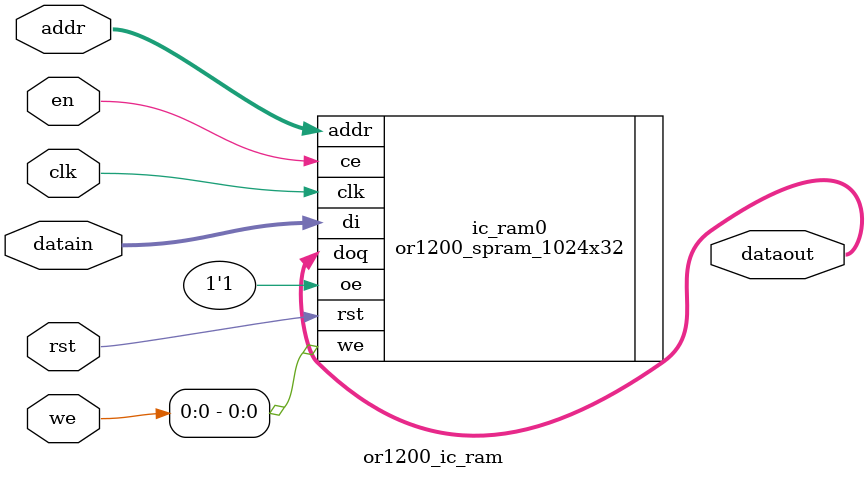
<source format=v>


//
// Generate debug messages during simulation
//
//`define OR1200_VERBOSE

//  `define OR1200_ASIC
////////////////////////////////////////////////////////
//
// Typical configuration for an ASIC
//
`ifdef OR1200_ASIC

//
// Target ASIC memories
//
//`define OR1200_ARTISAN_SSP
//`define OR1200_ARTISAN_SDP
//`define OR1200_ARTISAN_STP
`define OR1200_VIRTUALSILICON_SSP
//`define OR1200_VIRTUALSILICON_STP_T1
//`define OR1200_VIRTUALSILICON_STP_T2

//
// Do not implement Data cache
//
//`define OR1200_NO_DC

//
// Do not implement Insn cache
//
//`define OR1200_NO_IC

//
// Do not implement Data MMU
//
//`define OR1200_NO_DMMU

//
// Do not implement Insn MMU
//
//`define OR1200_NO_IMMU

//
// Select between ASIC optimized and generic multiplier
//
//`define OR1200_ASIC_MULTP2_32X32
`define OR1200_GENERIC_MULTP2_32X32

//
// Size/type of insn/data cache if implemented
//
// `define OR1200_IC_1W_512B
// `define OR1200_IC_1W_4KB
`define OR1200_IC_1W_8KB
// `define OR1200_DC_1W_4KB
`define OR1200_DC_1W_8KB

`else


/////////////////////////////////////////////////////////
//
// Typical configuration for an FPGA
//

//
// Target FPGA memories
//
//`define OR1200_ALTERA_LPM
//`define OR1200_XILINX_RAMB16
//`define OR1200_XILINX_RAMB4
//`define OR1200_XILINX_RAM32X1D
//`define OR1200_USE_RAM16X1D_FOR_RAM32X1D

//
// Do not implement Data cache
//
//`define OR1200_NO_DC

//
// Do not implement Insn cache
//
//`define OR1200_NO_IC

//
// Do not implement Data MMU
//
`define OR1200_NO_DMMU

//
// Do not implement Insn MMU
//
`define OR1200_NO_IMMU

//
// Select between ASIC and generic multiplier
//
// (Generic seems to trigger a bug in the Cadence Ncsim simulator)
//
//`define OR1200_ASIC_MULTP2_32X32
`define OR1200_GENERIC_MULTP2_32X32

//
// Size/type of insn/data cache if implemented
// (consider available FPGA memory resources)
//
//`define OR1200_IC_1W_512B
`define OR1200_IC_1W_4KB
//`define OR1200_IC_1W_8KB
`define OR1200_DC_1W_4KB
//`define OR1200_DC_1W_8KB

`endif


//////////////////////////////////////////////////////////
//
// Do not change below unless you know what you are doing
//

//
// Enable RAM BIST
//
// At the moment this only works for Virtual Silicon
// single port RAMs. For other RAMs it has not effect.
// Special wrapper for VS RAMs needs to be provided
// with scan flops to facilitate bist scan.
//
//`define OR1200_BIST

//
// Register OR1200 WISHBONE outputs
// (must be defined/enabled)
//
`define OR1200_REGISTERED_OUTPUTS

//
// Register OR1200 WISHBONE inputs
//
// (must be undefined/disabled)
//
//`define OR1200_REGISTERED_INPUTS

//
// Disable bursts if they are not supported by the
// memory subsystem (only affect cache line fill)
//
//`define OR1200_NO_BURSTS
//

//
// WISHBONE retry counter range
//
// 2^value range for retry counter. Retry counter
// is activated whenever *wb_rty_i is asserted and
// until retry counter expires, corresponding
// WISHBONE interface is deactivated.
//
// To disable retry counters and *wb_rty_i all together,
// undefine this macro.
//
//`define OR1200_WB_RETRY 7

//
// WISHBONE Consecutive Address Burst
//
// This was used prior to WISHBONE B3 specification
// to identify bursts. It is no longer needed but
// remains enabled for compatibility with old designs.
//
// To remove *wb_cab_o ports undefine this macro.
//
`define OR1200_WB_CAB

//
// WISHBONE B3 compatible interface
//
// This follows the WISHBONE B3 specification.
// It is not enabled by default because most
// designs still don't use WB b3.
//
// To enable *wb_cti_o/*wb_bte_o ports,
// define this macro.
//
//`define OR1200_WB_B3

//
// Enable additional synthesis directives if using
// _Synopsys_ synthesis tool
//
//`define OR1200_ADDITIONAL_SYNOPSYS_DIRECTIVES

//
// Enables default statement in some case blocks
// and disables Synopsys synthesis directive full_case
//
// By default it is enabled. When disabled it
// can increase clock frequency.
//
`define OR1200_CASE_DEFAULT

//
// Operand width / register file address width
//
// (DO NOT CHANGE)
//
`define OR1200_OPERAND_WIDTH		32
`define OR1200_REGFILE_ADDR_WIDTH	5

//
// l.add/l.addi/l.and and optional l.addc/l.addic
// also set (compare) flag when result of their
// operation equals zero
//
// At the time of writing this, default or32
// C/C++ compiler doesn't generate code that
// would benefit from this optimization.
//
// By default this optimization is disabled to
// save area.
//
//`define OR1200_ADDITIONAL_FLAG_MODIFIERS

//
// Implement l.addc/l.addic instructions
//
// By default implementation of l.addc/l.addic
// instructions is enabled in case you need them.
// If you don't use them, then disable implementation
// to save area.
//
`define OR1200_IMPL_ADDC

//
// Implement carry bit SR[CY]
//
// By default implementation of SR[CY] is enabled
// to be compliant with the simulator. However
// SR[CY] is explicitly only used by l.addc/l.addic
// instructions and if these two insns are not
// implemented there is not much point having SR[CY].
//
`define OR1200_IMPL_CY

//
// Implement optional l.div/l.divu instructions
//
// By default divide instructions are not implemented
// to save area and increase clock frequency. or32 C/C++
// compiler can use soft library for division.
//
// To implement divide, multiplier needs to be implemented.
//
//`define OR1200_IMPL_DIV

//
// Implement rotate in the ALU
//
// At the time of writing this, or32
// C/C++ compiler doesn't generate rotate
// instructions. However or32 assembler
// can assemble code that uses rotate insn.
// This means that rotate instructions
// must be used manually inserted.
//
// By default implementation of rotate
// is disabled to save area and increase
// clock frequency.
//
//`define OR1200_IMPL_ALU_ROTATE

//
// Type of ALU compare to implement
//
// Try either one to find what yields
// higher clock frequencyin your case.
//
//`define OR1200_IMPL_ALU_COMP1
`define OR1200_IMPL_ALU_COMP2

//
// Implement multiplier
//
// By default multiplier is implemented
//
`define OR1200_MULT_IMPLEMENTED

//
// Implement multiply-and-accumulate
//
// By default MAC is implemented. To
// implement MAC, multiplier needs to be
// implemented.
//
`define OR1200_MAC_IMPLEMENTED

//
// Low power, slower multiplier
//
// Select between low-power (larger) multiplier
// and faster multiplier. The actual difference
// is only AND logic that prevents distribution
// of operands into the multiplier when instruction
// in execution is not multiply instruction
//
//`define OR1200_LOWPWR_MULT

//
// Clock ratio RISC clock versus WB clock
//
// If you plan to run WB:RISC clock fixed to 1:1, disable
// both defines
//
// For WB:RISC 1:2 or 1:1, enable OR1200_CLKDIV_2_SUPPORTED
// and use clmode to set ratio
//
// For WB:RISC 1:4, 1:2 or 1:1, enable both defines and use
// clmode to set ratio
//
`define OR1200_CLKDIV_2_SUPPORTED
//`define OR1200_CLKDIV_4_SUPPORTED

//
// Type of register file RAM
//
// Memory macro w/ two ports (see or1200_tpram_32x32.v)
//`define OR1200_RFRAM_TWOPORT
//
// Memory macro dual port (see or1200_dpram_32x32.v)
//`define OR1200_RFRAM_DUALPORT
//
// Generic (flip-flop based) register file (see or1200_rfram_generic.v)
`define OR1200_RFRAM_GENERIC

//
// Type of mem2reg aligner to implement.
//
// Once OR1200_IMPL_MEM2REG2 yielded faster
// circuit, however with today tools it will
// most probably give you slower circuit.
//
`define OR1200_IMPL_MEM2REG1
//`define OR1200_IMPL_MEM2REG2

//
// ALUOPs
//
`define OR1200_ALUOP_WIDTH	4
`define OR1200_ALUOP_NOP	4'd4
/* Order defined by arith insns that have two source operands both in regs
   (see binutils/include/opcode/or32.h) */
`define OR1200_ALUOP_ADD	4'd0
`define OR1200_ALUOP_ADDC	4'd1
`define OR1200_ALUOP_SUB	4'd2
`define OR1200_ALUOP_AND	4'd3
`define OR1200_ALUOP_OR		4'd4
`define OR1200_ALUOP_XOR	4'd5
`define OR1200_ALUOP_MUL	4'd6
`define OR1200_ALUOP_CUST5	4'd7
`define OR1200_ALUOP_SHROT	4'd8
`define OR1200_ALUOP_DIV	4'd9
`define OR1200_ALUOP_DIVU	4'd10
/* Order not specifically defined. */
`define OR1200_ALUOP_IMM	4'd11
`define OR1200_ALUOP_MOVHI	4'd12
`define OR1200_ALUOP_COMP	4'd13
`define OR1200_ALUOP_MTSR	4'd14
`define OR1200_ALUOP_MFSR	4'd15
`define OR1200_ALUOP_CMOV 4'd14
`define OR1200_ALUOP_FF1  4'd15
//
// MACOPs
//
`define OR1200_MACOP_WIDTH	2
`define OR1200_MACOP_NOP	2'b00
`define OR1200_MACOP_MAC	2'b01
`define OR1200_MACOP_MSB	2'b10

//
// Shift/rotate ops
//
`define OR1200_SHROTOP_WIDTH	2
`define OR1200_SHROTOP_NOP	2'd0
`define OR1200_SHROTOP_SLL	2'd0
`define OR1200_SHROTOP_SRL	2'd1
`define OR1200_SHROTOP_SRA	2'd2
`define OR1200_SHROTOP_ROR	2'd3

// Execution cycles per instruction
`define OR1200_MULTICYCLE_WIDTH	2
`define OR1200_ONE_CYCLE		2'd0
`define OR1200_TWO_CYCLES		2'd1

// Operand MUX selects
`define OR1200_SEL_WIDTH		2
`define OR1200_SEL_RF			2'd0
`define OR1200_SEL_IMM			2'd1
`define OR1200_SEL_EX_FORW		2'd2
`define OR1200_SEL_WB_FORW		2'd3

//
// BRANCHOPs
//
`define OR1200_BRANCHOP_WIDTH		3
`define OR1200_BRANCHOP_NOP		3'd0
`define OR1200_BRANCHOP_J		3'd1
`define OR1200_BRANCHOP_JR		3'd2
`define OR1200_BRANCHOP_BAL		3'd3
`define OR1200_BRANCHOP_BF		3'd4
`define OR1200_BRANCHOP_BNF		3'd5
`define OR1200_BRANCHOP_RFE		3'd6

//
// LSUOPs
//
// Bit 0: sign extend
// Bits 1-2: 00 doubleword, 01 byte, 10 halfword, 11 singleword
// Bit 3: 0 load, 1 store
`define OR1200_LSUOP_WIDTH		4
`define OR1200_LSUOP_NOP		4'b0000
`define OR1200_LSUOP_LBZ		4'b0010
`define OR1200_LSUOP_LBS		4'b0011
`define OR1200_LSUOP_LHZ		4'b0100
`define OR1200_LSUOP_LHS		4'b0101
`define OR1200_LSUOP_LWZ		4'b0110
`define OR1200_LSUOP_LWS		4'b0111
`define OR1200_LSUOP_LD		4'b0001
`define OR1200_LSUOP_SD		4'b1000
`define OR1200_LSUOP_SB		4'b1010
`define OR1200_LSUOP_SH		4'b1100
`define OR1200_LSUOP_SW		4'b1110

// FETCHOPs
`define OR1200_FETCHOP_WIDTH		1
`define OR1200_FETCHOP_NOP		1'b0
`define OR1200_FETCHOP_LW		1'b1

//
// Register File Write-Back OPs
//
// Bit 0: register file write enable
// Bits 2-1: write-back mux selects
`define OR1200_RFWBOP_WIDTH		3
`define OR1200_RFWBOP_NOP		3'b000
`define OR1200_RFWBOP_ALU		3'b001
`define OR1200_RFWBOP_LSU		3'b011
`define OR1200_RFWBOP_SPRS		3'b101
`define OR1200_RFWBOP_LR		3'b111

// Compare instructions
`define OR1200_COP_SFEQ       3'b000
`define OR1200_COP_SFNE       3'b001
`define OR1200_COP_SFGT       3'b010
`define OR1200_COP_SFGE       3'b011
`define OR1200_COP_SFLT       3'b100
`define OR1200_COP_SFLE       3'b101
`define OR1200_COP_X          3'b111
`define OR1200_SIGNED_COMPARE 'd3
`define OR1200_COMPOP_WIDTH	4

//
// TAGs for instruction bus
//
`define OR1200_ITAG_IDLE	4'h0	// idle bus
`define	OR1200_ITAG_NI		4'h1	// normal insn
`define OR1200_ITAG_BE		4'hb	// Bus error exception
`define OR1200_ITAG_PE		4'hc	// Page fault exception
`define OR1200_ITAG_TE		4'hd	// TLB miss exception

//
// TAGs for data bus
//
`define OR1200_DTAG_IDLE	4'h0	// idle bus
`define	OR1200_DTAG_ND		4'h1	// normal data
`define OR1200_DTAG_AE		4'ha	// Alignment exception
`define OR1200_DTAG_BE		4'hb	// Bus error exception
`define OR1200_DTAG_PE		4'hc	// Page fault exception
`define OR1200_DTAG_TE		4'hd	// TLB miss exception


//////////////////////////////////////////////
//
// ORBIS32 ISA specifics
//

// SHROT_OP position in machine word
`define OR1200_SHROTOP_POS		7:6

// ALU instructions multicycle field in machine word
`define OR1200_ALUMCYC_POS		9:8

//
// Instruction opcode groups (basic)
//
`define OR1200_OR32_J                 6'b000000
`define OR1200_OR32_JAL               6'b000001
`define OR1200_OR32_BNF               6'b000011
`define OR1200_OR32_BF                6'b000100
`define OR1200_OR32_NOP               6'b000101
`define OR1200_OR32_MOVHI             6'b000110
`define OR1200_OR32_XSYNC             6'b001000
`define OR1200_OR32_RFE               6'b001001
/* */
`define OR1200_OR32_JR                6'b010001
`define OR1200_OR32_JALR              6'b010010
`define OR1200_OR32_MACI              6'b010011
/* */
`define OR1200_OR32_LWZ               6'b100001
`define OR1200_OR32_LBZ               6'b100011
`define OR1200_OR32_LBS               6'b100100
`define OR1200_OR32_LHZ               6'b100101
`define OR1200_OR32_LHS               6'b100110
`define OR1200_OR32_ADDI              6'b100111
`define OR1200_OR32_ADDIC             6'b101000
`define OR1200_OR32_ANDI              6'b101001
`define OR1200_OR32_ORI               6'b101010
`define OR1200_OR32_XORI              6'b101011
`define OR1200_OR32_MULI              6'b101100
`define OR1200_OR32_MFSPR             6'b101101
`define OR1200_OR32_SH_ROTI 	      6'b101110
`define OR1200_OR32_SFXXI             6'b101111
/* */
`define OR1200_OR32_MTSPR             6'b110000
`define OR1200_OR32_MACMSB            6'b110001
/* */
`define OR1200_OR32_SW                6'b110101
`define OR1200_OR32_SB                6'b110110
`define OR1200_OR32_SH                6'b110111
`define OR1200_OR32_ALU               6'b111000
`define OR1200_OR32_SFXX              6'b111001
//`define OR1200_OR32_CUST5             6'b111100


/////////////////////////////////////////////////////
//
// Exceptions
//

//
// Exception vectors per OR1K architecture:
// 0xPPPPP100 - reset
// 0xPPPPP200 - bus error
// ... etc
// where P represents exception prefix.
//
// Exception vectors can be customized as per
// the following formula:
// 0xPPPPPNVV - exception N
//
// P represents exception prefix
// N represents exception N
// VV represents length of the individual vector space,
//   usually it is 8 bits wide and starts with all bits zero
//

//
// PPPPP and VV parts
//
// Sum of these two defines needs to be 28
//
`define OR1200_EXCEPT_EPH0_P 20'h00000
`define OR1200_EXCEPT_EPH1_P 20'hF0000
`define OR1200_EXCEPT_V		   8'h00

//
// N part width
//
`define OR1200_EXCEPT_WIDTH 4

//
// Definition of exception vectors
//
// To avoid implementation of a certain exception,
// simply comment out corresponding line
//
`define OR1200_EXCEPT_UNUSED		`OR1200_EXCEPT_WIDTH'hf
`define OR1200_EXCEPT_TRAP		`OR1200_EXCEPT_WIDTH'he
`define OR1200_EXCEPT_BREAK		`OR1200_EXCEPT_WIDTH'hd
`define OR1200_EXCEPT_SYSCALL		`OR1200_EXCEPT_WIDTH'hc
`define OR1200_EXCEPT_RANGE		`OR1200_EXCEPT_WIDTH'hb
`define OR1200_EXCEPT_ITLBMISS		`OR1200_EXCEPT_WIDTH'ha
`define OR1200_EXCEPT_DTLBMISS		`OR1200_EXCEPT_WIDTH'h9
`define OR1200_EXCEPT_INT		`OR1200_EXCEPT_WIDTH'h8
`define OR1200_EXCEPT_ILLEGAL		`OR1200_EXCEPT_WIDTH'h7
`define OR1200_EXCEPT_ALIGN		`OR1200_EXCEPT_WIDTH'h6
`define OR1200_EXCEPT_TICK		`OR1200_EXCEPT_WIDTH'h5
`define OR1200_EXCEPT_IPF		`OR1200_EXCEPT_WIDTH'h4
`define OR1200_EXCEPT_DPF		`OR1200_EXCEPT_WIDTH'h3
`define OR1200_EXCEPT_BUSERR		`OR1200_EXCEPT_WIDTH'h2
`define OR1200_EXCEPT_RESET		`OR1200_EXCEPT_WIDTH'h1
`define OR1200_EXCEPT_NONE		`OR1200_EXCEPT_WIDTH'h0


/////////////////////////////////////////////////////
//
// SPR groups
//

// Bits that define the group
`define OR1200_SPR_GROUP_BITS	15:11

// Width of the group bits
`define OR1200_SPR_GROUP_WIDTH 	5

// Bits that define offset inside the group
`define OR1200_SPR_OFS_BITS 10:0

// List of groups
`define OR1200_SPR_GROUP_SYS	5'd00
`define OR1200_SPR_GROUP_DMMU	5'd01
`define OR1200_SPR_GROUP_IMMU	5'd02
`define OR1200_SPR_GROUP_DC	5'd03
`define OR1200_SPR_GROUP_IC	5'd04
`define OR1200_SPR_GROUP_MAC	5'd05
`define OR1200_SPR_GROUP_DU	5'd06
`define OR1200_SPR_GROUP_PM	5'd08
`define OR1200_SPR_GROUP_PIC	5'd09
`define OR1200_SPR_GROUP_TT	5'd10


/////////////////////////////////////////////////////
//
// System group
//

//
// System registers
//
`define OR1200_SPR_CFGR		7'd0
`define OR1200_SPR_RF		6'd32	// 1024 >> 5
`define OR1200_SPR_NPC		11'd16
`define OR1200_SPR_SR		11'd17
`define OR1200_SPR_PPC		11'd18
`define OR1200_SPR_EPCR		11'd32
`define OR1200_SPR_EEAR		11'd48
`define OR1200_SPR_ESR		11'd64

//
// SR bits
//
`define OR1200_SR_WIDTH 16
`define OR1200_SR_SM   0
`define OR1200_SR_TEE  1
`define OR1200_SR_IEE  2
`define OR1200_SR_DCE  3
`define OR1200_SR_ICE  4
`define OR1200_SR_DME  5
`define OR1200_SR_IME  6
`define OR1200_SR_LEE  7
`define OR1200_SR_CE   8
`define OR1200_SR_F    9
`define OR1200_SR_CY   10	// Unused
`define OR1200_SR_OV   11	// Unused
`define OR1200_SR_OVE  12	// Unused
`define OR1200_SR_DSX  13	// Unused
`define OR1200_SR_EPH  14
`define OR1200_SR_FO   15
`define OR1200_SR_CID  31:28	// Unimplemented

//
// Bits that define offset inside the group
//
`define OR1200_SPROFS_BITS 10:0

//
// Default Exception Prefix
//
// 1'b0 - OR1200_EXCEPT_EPH0_P (0x0000_0000)
// 1'b1 - OR1200_EXCEPT_EPH1_P (0xF000_0000)
//
`define OR1200_SR_EPH_DEF	1'b0

/////////////////////////////////////////////////////
//
// Power Management (PM)
//

// Define it if you want PM implemented
`define OR1200_PM_IMPLEMENTED

// Bit positions inside PMR (don't change)
`define OR1200_PM_PMR_SDF 3:0
`define OR1200_PM_PMR_DME 4
`define OR1200_PM_PMR_SME 5
`define OR1200_PM_PMR_DCGE 6
`define OR1200_PM_PMR_UNUSED 31:7

// PMR offset inside PM group of registers
`define OR1200_PM_OFS_PMR 11'b0

// PM group
`define OR1200_SPRGRP_PM 5'd8

// Define if PMR can be read/written at any address inside PM group
`define OR1200_PM_PARTIAL_DECODING

// Define if reading PMR is allowed
`define OR1200_PM_READREGS

// Define if unused PMR bits should be zero
`define OR1200_PM_UNUSED_ZERO


/////////////////////////////////////////////////////
//
// Debug Unit (DU)
//

// Define it if you want DU implemented
`define OR1200_DU_IMPLEMENTED

//
// Define if you want HW Breakpoints
// (if HW breakpoints are not implemented
// only default software trapping is
// possible with l.trap insn - this is
// however already enough for use
// with or32 gdb)
//
//`define OR1200_DU_HWBKPTS

// Number of DVR/DCR pairs if HW breakpoints enabled
`define OR1200_DU_DVRDCR_PAIRS 8

// Define if you want trace buffer
//`define OR1200_DU_TB_IMPLEMENTED

//
// Address offsets of DU registers inside DU group
//
// To not implement a register, doq not define its address
//
`ifdef OR1200_DU_HWBKPTS
`define OR1200_DU_DVR0		11'd0
`define OR1200_DU_DVR1		11'd1
`define OR1200_DU_DVR2		11'd2
`define OR1200_DU_DVR3		11'd3
`define OR1200_DU_DVR4		11'd4
`define OR1200_DU_DVR5		11'd5
`define OR1200_DU_DVR6		11'd6
`define OR1200_DU_DVR7		11'd7
`define OR1200_DU_DCR0		11'd8
`define OR1200_DU_DCR1		11'd9
`define OR1200_DU_DCR2		11'd10
`define OR1200_DU_DCR3		11'd11
`define OR1200_DU_DCR4		11'd12
`define OR1200_DU_DCR5		11'd13
`define OR1200_DU_DCR6		11'd14
`define OR1200_DU_DCR7		11'd15
`endif
`define OR1200_DU_DMR1		11'd16
`ifdef OR1200_DU_HWBKPTS
`define OR1200_DU_DMR2		11'd17
`define OR1200_DU_DWCR0		11'd18
`define OR1200_DU_DWCR1		11'd19
`endif
`define OR1200_DU_DSR		11'd20
`define OR1200_DU_DRR		11'd21
`ifdef OR1200_DU_TB_IMPLEMENTED
`define OR1200_DU_TBADR		11'h0ff
`define OR1200_DU_TBIA		11'h1xx
`define OR1200_DU_TBIM		11'h2xx
`define OR1200_DU_TBAR		11'h3xx
`define OR1200_DU_TBTS		11'h4xx
`endif

// Position of offset bits inside SPR address
`define OR1200_DUOFS_BITS	10:0

// DCR bits
`define OR1200_DU_DCR_DP	0
`define OR1200_DU_DCR_CC	3:1
`define OR1200_DU_DCR_SC	4
`define OR1200_DU_DCR_CT	7:5

// DMR1 bits
`define OR1200_DU_DMR1_CW0	1:0
`define OR1200_DU_DMR1_CW1	3:2
`define OR1200_DU_DMR1_CW2	5:4
`define OR1200_DU_DMR1_CW3	7:6
`define OR1200_DU_DMR1_CW4	9:8
`define OR1200_DU_DMR1_CW5	11:10
`define OR1200_DU_DMR1_CW6	13:12
`define OR1200_DU_DMR1_CW7	15:14
`define OR1200_DU_DMR1_CW8	17:16
`define OR1200_DU_DMR1_CW9	19:18
`define OR1200_DU_DMR1_CW10	21:20
`define OR1200_DU_DMR1_ST	22
`define OR1200_DU_DMR1_BT	23
`define OR1200_DU_DMR1_DXFW	24
`define OR1200_DU_DMR1_ETE	25

// DMR2 bits
`define OR1200_DU_DMR2_WCE0	0
`define OR1200_DU_DMR2_WCE1	1
`define OR1200_DU_DMR2_AWTC	12:2
`define OR1200_DU_DMR2_WGB	23:13

// DWCR bits
`define OR1200_DU_DWCR_COUNT	15:0
`define OR1200_DU_DWCR_MATCH	31:16

// DSR bits
`define OR1200_DU_DSR_WIDTH	14
`define OR1200_DU_DSR_RSTE	0
`define OR1200_DU_DSR_BUSEE	1
`define OR1200_DU_DSR_DPFE	2
`define OR1200_DU_DSR_IPFE	3
`define OR1200_DU_DSR_TTE	4
`define OR1200_DU_DSR_AE	5
`define OR1200_DU_DSR_IIE	6
`define OR1200_DU_DSR_IE	7
`define OR1200_DU_DSR_DME	8
`define OR1200_DU_DSR_IME	9
`define OR1200_DU_DSR_RE	10
`define OR1200_DU_DSR_SCE	11
`define OR1200_DU_DSR_BE	12
`define OR1200_DU_DSR_TE	13

// DRR bits
`define OR1200_DU_DRR_RSTE	0
`define OR1200_DU_DRR_BUSEE	1
`define OR1200_DU_DRR_DPFE	2
`define OR1200_DU_DRR_IPFE	3
`define OR1200_DU_DRR_TTE	4
`define OR1200_DU_DRR_AE	5
`define OR1200_DU_DRR_IIE	6
`define OR1200_DU_DRR_IE	7
`define OR1200_DU_DRR_DME	8
`define OR1200_DU_DRR_IME	9
`define OR1200_DU_DRR_RE	10
`define OR1200_DU_DRR_SCE	11
`define OR1200_DU_DRR_BE	12
`define OR1200_DU_DRR_TE	13

// Define if reading DU regs is allowed
`define OR1200_DU_READREGS

// Define if unused DU registers bits should be zero
`define OR1200_DU_UNUSED_ZERO

// Define if IF/LSU status is not needed by devel i/f
`define OR1200_DU_STATUS_UNIMPLEMENTED

/////////////////////////////////////////////////////
//
// Programmable Interrupt Controller (PIC)
//

// Define it if you want PIC implemented
`define OR1200_PIC_IMPLEMENTED

// Define number of interrupt inputs (2-31)
`define OR1200_PIC_INTS 20

// Address offsets of PIC registers inside PIC group
`define OR1200_PIC_OFS_PICMR 2'd0
`define OR1200_PIC_OFS_PICSR 2'd2

// Position of offset bits inside SPR address
`define OR1200_PICOFS_BITS 1:0

// Define if you want these PIC registers to be implemented
`define OR1200_PIC_PICMR
`define OR1200_PIC_PICSR

// Define if reading PIC registers is allowed
`define OR1200_PIC_READREGS

// Define if unused PIC register bits should be zero
`define OR1200_PIC_UNUSED_ZERO


/////////////////////////////////////////////////////
//
// Tick Timer (TT)
//

// Define it if you want TT implemented
`define OR1200_TT_IMPLEMENTED

// Address offsets of TT registers inside TT group
`define OR1200_TT_OFS_TTMR 1'd0
`define OR1200_TT_OFS_TTCR 1'd1

// Position of offset bits inside SPR group
`define OR1200_TTOFS_BITS 0

// Define if you want these TT registers to be implemented
`define OR1200_TT_TTMR
`define OR1200_TT_TTCR

// TTMR bits
`define OR1200_TT_TTMR_TP 27:0
`define OR1200_TT_TTMR_IP 28
`define OR1200_TT_TTMR_IE 29
`define OR1200_TT_TTMR_M 31:30

// Define if reading TT registers is allowed
`define OR1200_TT_READREGS


//////////////////////////////////////////////
//
// MAC
//
`define OR1200_MAC_ADDR		0	// MACLO 0xxxxxxxx1, MACHI 0xxxxxxxx0
`define OR1200_MAC_SPR_WE		// Define if MACLO/MACHI are SPR writable

//
// Shift {MACHI,MACLO} into destination register when executing l.macrc
//
// According to architecture manual there is no shift, so default value is 0.
//
// However the implementation has deviated in this from the arch manual and had hard coded shift by 28 bits which
// is a useful optimization for MP3 decoding (if using libmad fixed point library). Shifts are no longer
// default setup, but if you need to remain backward compatible, define your shift bits, which were normally
// dest_GPR = {MACHI,MACLO}[59:28]
`define OR1200_MAC_SHIFTBY	0	// 0 = According to arch manual, 28 = obsolete backward compatibility


//////////////////////////////////////////////
//
// Data MMU (DMMU)
//

//
// Address that selects between TLB TR and MR
//
`define OR1200_DTLB_TM_ADDR	7

//
// DTLBMR fields
//
`define	OR1200_DTLBMR_V_BITS	0
`define	OR1200_DTLBMR_CID_BITS	4:1
`define	OR1200_DTLBMR_RES_BITS	11:5
`define OR1200_DTLBMR_VPN_BITS	31:13

//
// DTLBTR fields
//
`define	OR1200_DTLBTR_CC_BITS	0
`define	OR1200_DTLBTR_CI_BITS	1
`define	OR1200_DTLBTR_WBC_BITS	2
`define	OR1200_DTLBTR_WOM_BITS	3
`define	OR1200_DTLBTR_A_BITS	4
`define	OR1200_DTLBTR_D_BITS	5
`define	OR1200_DTLBTR_URE_BITS	6
`define	OR1200_DTLBTR_UWE_BITS	7
`define	OR1200_DTLBTR_SRE_BITS	8
`define	OR1200_DTLBTR_SWE_BITS	9
`define	OR1200_DTLBTR_RES_BITS	11:10
`define OR1200_DTLBTR_PPN_BITS	31:13

//
// DTLB configuration
//
`define	OR1200_DMMU_PS		13					// 13 for 8KB page size
`define	OR1200_DTLB_INDXW	6					// 6 for 64 entry DTLB	7 for 128 entries
`define OR1200_DTLB_INDXL	`OR1200_DMMU_PS				// 13			13
`define OR1200_DTLB_INDXH	`OR1200_DMMU_PS+`OR1200_DTLB_INDXW-1	// 18			19
`define	OR1200_DTLB_INDX	`OR1200_DTLB_INDXH:`OR1200_DTLB_INDXL	// 18:13		19:13
`define OR1200_DTLB_TAGW	32-`OR1200_DTLB_INDXW-`OR1200_DMMU_PS	// 13			12
`define OR1200_DTLB_TAGL	`OR1200_DTLB_INDXH+1			// 19			20
`define	OR1200_DTLB_TAG		31:`OR1200_DTLB_TAGL			// 31:19		31:20
`define	OR1200_DTLBMRW		`OR1200_DTLB_TAGW+1			// +1 because of V bit
`define	OR1200_DTLBTRW		32-`OR1200_DMMU_PS+5			// +5 because of protection bits and CI

//
// Cache inhibit while DMMU is not enabled/implemented
//
// cache inhibited 0GB-4GB		1'b1
// cache inhibited 0GB-2GB		!dcpu_adr_i[31]
// cache inhibited 0GB-1GB 2GB-3GB	!dcpu_adr_i[30]
// cache inhibited 1GB-2GB 3GB-4GB	dcpu_adr_i[30]
// cache inhibited 2GB-4GB (default)	dcpu_adr_i[31]
// cached 0GB-4GB			1'b0
//
`define OR1200_DMMU_CI			dcpu_adr_i[31]


//////////////////////////////////////////////
//
// Insn MMU (IMMU)
//

//
// Address that selects between TLB TR and MR
//
`define OR1200_ITLB_TM_ADDR	7

//
// ITLBMR fields
//
`define	OR1200_ITLBMR_V_BITS	0
`define	OR1200_ITLBMR_CID_BITS	4:1
`define	OR1200_ITLBMR_RES_BITS	11:5
`define OR1200_ITLBMR_VPN_BITS	31:13

//
// ITLBTR fields
//
`define	OR1200_ITLBTR_CC_BITS	0
`define	OR1200_ITLBTR_CI_BITS	1
`define	OR1200_ITLBTR_WBC_BITS	2
`define	OR1200_ITLBTR_WOM_BITS	3
`define	OR1200_ITLBTR_A_BITS	4
`define	OR1200_ITLBTR_D_BITS	5
`define	OR1200_ITLBTR_SXE_BITS	6
`define	OR1200_ITLBTR_UXE_BITS	7
`define	OR1200_ITLBTR_RES_BITS	11:8
`define OR1200_ITLBTR_PPN_BITS	31:13

//
// ITLB configuration
//
`define	OR1200_IMMU_PS		13					// 13 for 8KB page size
`define	OR1200_ITLB_INDXW	6					// 6 for 64 entry ITLB	7 for 128 entries
`define OR1200_ITLB_INDXL	`OR1200_IMMU_PS				// 13			13
`define OR1200_ITLB_INDXH	`OR1200_IMMU_PS+`OR1200_ITLB_INDXW-1	// 18			19
`define	OR1200_ITLB_INDX	`OR1200_ITLB_INDXH:`OR1200_ITLB_INDXL	// 18:13		19:13
`define OR1200_ITLB_TAGW	32-`OR1200_ITLB_INDXW-`OR1200_IMMU_PS	// 13			12
`define OR1200_ITLB_TAGL	`OR1200_ITLB_INDXH+1			// 19			20
`define	OR1200_ITLB_TAG		31:`OR1200_ITLB_TAGL			// 31:19		31:20
`define	OR1200_ITLBMRW		`OR1200_ITLB_TAGW+1			// +1 because of V bit
`define	OR1200_ITLBTRW		32-`OR1200_IMMU_PS+3			// +3 because of protection bits and CI

//
// Cache inhibit while IMMU is not enabled/implemented
// Note: all combinations that use icpu_adr_i cause async loop
//
// cache inhibited 0GB-4GB		1'b1
// cache inhibited 0GB-2GB		!icpu_adr_i[31]
// cache inhibited 0GB-1GB 2GB-3GB	!icpu_adr_i[30]
// cache inhibited 1GB-2GB 3GB-4GB	icpu_adr_i[30]
// cache inhibited 2GB-4GB (default)	icpu_adr_i[31]
// cached 0GB-4GB			1'b0
//
`define OR1200_IMMU_CI			1'b0


/////////////////////////////////////////////////
//
// Insn cache (IC)
//

// 3 for 8 bytes, 4 for 16 bytes etc
`define OR1200_ICLS		4

//
// IC configurations
//
`ifdef OR1200_IC_1W_512B
`define OR1200_ICSIZE   9     // 512
`define OR1200_ICINDX   `OR1200_ICSIZE-2 // 7
`define OR1200_ICINDXH  `OR1200_ICSIZE-1 // 8
`define OR1200_ICTAGL   `OR1200_ICINDXH+1 // 9
`define OR1200_ICTAG    `OR1200_ICSIZE-`OR1200_ICLS // 5
`define OR1200_ICTAG_W  24
`endif
`ifdef OR1200_IC_1W_4KB
`define OR1200_ICSIZE			12			// 4096
`define OR1200_ICINDX			`OR1200_ICSIZE-2	// 10
`define OR1200_ICINDXH			`OR1200_ICSIZE-1	// 11
`define OR1200_ICTAGL			`OR1200_ICINDXH+1	// 12
`define	OR1200_ICTAG			`OR1200_ICSIZE-`OR1200_ICLS	// 8
`define	OR1200_ICTAG_W			21
`endif
`ifdef OR1200_IC_1W_8KB
`define OR1200_ICSIZE			13			// 8192
`define OR1200_ICINDX			`OR1200_ICSIZE-2	// 11
`define OR1200_ICINDXH			`OR1200_ICSIZE-1	// 12
`define OR1200_ICTAGL			`OR1200_ICINDXH+1	// 13
`define	OR1200_ICTAG			`OR1200_ICSIZE-`OR1200_ICLS	// 9
`define	OR1200_ICTAG_W			20
`endif


/////////////////////////////////////////////////
//
// Data cache (DC)
//

// 3 for 8 bytes, 4 for 16 bytes etc
`define OR1200_DCLS		4

// Define to perform store refill (potential performance penalty)
// `define OR1200_DC_STORE_REFILL

//
// DC configurations
//
`ifdef OR1200_DC_1W_4KB
`define OR1200_DCSIZE			12			// 4096
`define OR1200_DCINDX			`OR1200_DCSIZE-2	// 10
`define OR1200_DCINDXH			`OR1200_DCSIZE-1	// 11
`define OR1200_DCTAGL			`OR1200_DCINDXH+1	// 12
`define	OR1200_DCTAG			`OR1200_DCSIZE-`OR1200_DCLS	// 8
`define	OR1200_DCTAG_W			21
`endif
`ifdef OR1200_DC_1W_8KB
`define OR1200_DCSIZE			13			// 8192
`define OR1200_DCINDX			`OR1200_DCSIZE-2	// 11
`define OR1200_DCINDXH			`OR1200_DCSIZE-1	// 12
`define OR1200_DCTAGL			`OR1200_DCINDXH+1	// 13
`define	OR1200_DCTAG			`OR1200_DCSIZE-`OR1200_DCLS	// 9
`define	OR1200_DCTAG_W			20
`endif

/////////////////////////////////////////////////
//
// Store buffer (SB)
//

//
// Store buffer
//
// It will improve performance by "caching" CPU stores
// using store buffer. This is most important for function
// prologues because DC can only work in write though mode
// and all stores would have to complete external WB writes
// to memory.
// Store buffer is between DC and data BIU.
// All stores will be stored into store buffer and immediately
// completed by the CPU, even though actual external writes
// will be performed later. As a consequence store buffer masks
// all data bus errors related to stores (data bus errors
// related to loads are delivered normally).
// All pending CPU loads will wait until store buffer is empty to
// ensure strict memory model. Right now this is necessary because
// we don't make destinction between cached and cache inhibited
// address space, so we simply empty store buffer until loads
// can begin.
//
// It makes design a bit bigger, depending what is the number of
// entries in SB FIFO. Number of entries can be changed further
// down.
//
`define OR1200_SB_IMPLEMENTED

//
// Number of store buffer entries
//
// Verified number of entries are 4 and 8 entries
// (2 and 3 for OR1200_SB_LOG). OR1200_SB_ENTRIES must
// always match 2**OR1200_SB_LOG.
// To disable store buffer, undefine
// OR1200_SB_IMPLEMENTED.
//
`define OR1200_SB_LOG		2	// 2 or 3
`define OR1200_SB_ENTRIES	4	// 4 or 8


/////////////////////////////////////////////////
//
// Quick Embedded Memory (QMEM)
//

//
// Quick Embedded Memory
//
// Instantiation of dedicated insn/data memory (RAM or ROM).
// Insn fetch has effective throughput 1insn / clock cycle.
// Data load takes two clock cycles / access, data store
// takes 1 clock cycle / access (if there is no insn fetch)).
// Memory instantiation is shared between insn and data,
// meaning if insn fetch are performed, data load/store
// performance will be lower.
//
// Main reason for QMEM is to put some time critical functions
// into this memory and to have predictable and fast access
// to these functions. (soft fpu, context switch, exception
// handlers, stack, etc)
//
// It makes design a bit bigger and slower. QMEM sits behind
// IMMU/DMMU so all addresses are physical (so the MMUs can be
// used with QMEM and QMEM is seen by the CPU just like any other
// memory in the system). IC/DC are sitting behind QMEM so the
// whole design timing might be worse with QMEM implemented.
//
`define OR1200_QMEM_IMPLEMENTED

//
// Base address and mask of QMEM
//
// Base address defines first address of QMEM. Mask defines
// QMEM range in address space. Actual size of QMEM is however
// determined with instantiated RAM/ROM. However bigger
// mask will reserve more address space for QMEM, but also
// make design faster, while more tight mask will take
// less address space but also make design slower. If
// instantiated RAM/ROM is smaller than space reserved with
// the mask, instatiated RAM/ROM will also be shadowed
// at higher addresses in reserved space.
//
`define OR1200_QMEM_IADDR	32'h0080_0000
`define OR1200_QMEM_IMASK	32'hfff0_0000	// Max QMEM size 1MB
`define OR1200_QMEM_DADDR  32'h0080_0000
`define OR1200_QMEM_DMASK  32'hfff0_0000 // Max QMEM size 1MB

//
// QMEM interface byte-select capability
//
// To enable qmem_sel* ports, define this macro.
//
`define OR1200_QMEM_BSEL

//
// QMEM interface acknowledge
//
// To enable qmem_ack port, define this macro.
//
//`define OR1200_QMEM_ACK

/////////////////////////////////////////////////////
//
// VR, UPR and Configuration Registers
//
//
// VR, UPR and configuration registers are optional. If 
// implemented, operating system can automatically figure
// out how to use the processor because it knows 
// what units are available in the processor and how they
// are configured.
//
// This section must be last in or1200_defines.v file so
// that all units are already configured and thus
// configuration registers are properly set.
// 

// Define if you want configuration registers implemented
`define OR1200_CFGR_IMPLEMENTED

// Define if you want full address decode inside SYS group
`define OR1200_SYS_FULL_DECODE

// Offsets of VR, UPR and CFGR registers
`define OR1200_SPRGRP_SYS_VR		4'h0
`define OR1200_SPRGRP_SYS_UPR		4'h1
`define OR1200_SPRGRP_SYS_CPUCFGR	4'h2
`define OR1200_SPRGRP_SYS_DMMUCFGR	4'h3
`define OR1200_SPRGRP_SYS_IMMUCFGR	4'h4
`define OR1200_SPRGRP_SYS_DCCFGR	4'h5
`define OR1200_SPRGRP_SYS_ICCFGR	4'h6
`define OR1200_SPRGRP_SYS_DCFGR	4'h7

// VR fields
`define OR1200_VR_REV_BITS		5:0
`define OR1200_VR_RES1_BITS		15:6
`define OR1200_VR_CFG_BITS		23:16
`define OR1200_VR_VER_BITS		31:24

// VR values
`define OR1200_VR_REV			6'h01
`define OR1200_VR_RES1			10'h000
`define OR1200_VR_CFG			8'h00
`define OR1200_VR_VER			8'h12

// UPR fields
`define OR1200_UPR_UP_BITS		0
`define OR1200_UPR_DCP_BITS		1
`define OR1200_UPR_ICP_BITS		2
`define OR1200_UPR_DMP_BITS		3
`define OR1200_UPR_IMP_BITS		4
`define OR1200_UPR_MP_BITS		5
`define OR1200_UPR_DUP_BITS		6
`define OR1200_UPR_PCUP_BITS		7
`define OR1200_UPR_PMP_BITS		8
`define OR1200_UPR_PICP_BITS		9
`define OR1200_UPR_TTP_BITS		10
`define OR1200_UPR_RES1_BITS		23:11
`define OR1200_UPR_CUP_BITS		31:24

// UPR values
`define OR1200_UPR_UP			1'b1
`ifdef OR1200_NO_DC
`define OR1200_UPR_DCP			1'b0
`else
`define OR1200_UPR_DCP			1'b1
`endif
`ifdef OR1200_NO_IC
`define OR1200_UPR_ICP			1'b0
`else
`define OR1200_UPR_ICP			1'b1
`endif
`ifdef OR1200_NO_DMMU
`define OR1200_UPR_DMP			1'b0
`else
`define OR1200_UPR_DMP			1'b1
`endif
`ifdef OR1200_NO_IMMU
`define OR1200_UPR_IMP			1'b0
`else
`define OR1200_UPR_IMP			1'b1
`endif
`define OR1200_UPR_MP			1'b1	// MAC always present
`ifdef OR1200_DU_IMPLEMENTED
`define OR1200_UPR_DUP			1'b1
`else
`define OR1200_UPR_DUP			1'b0
`endif
`define OR1200_UPR_PCUP			1'b0	// Performance counters not present
`ifdef OR1200_DU_IMPLEMENTED
`define OR1200_UPR_PMP			1'b1
`else
`define OR1200_UPR_PMP			1'b0
`endif
`ifdef OR1200_DU_IMPLEMENTED
`define OR1200_UPR_PICP			1'b1
`else
`define OR1200_UPR_PICP			1'b0
`endif
`ifdef OR1200_DU_IMPLEMENTED
`define OR1200_UPR_TTP			1'b1
`else
`define OR1200_UPR_TTP			1'b0
`endif
`define OR1200_UPR_RES1			13'h0000
`define OR1200_UPR_CUP			8'h00

// CPUCFGR fields
`define OR1200_CPUCFGR_NSGF_BITS	3:0
`define OR1200_CPUCFGR_HGF_BITS	4
`define OR1200_CPUCFGR_OB32S_BITS	5
`define OR1200_CPUCFGR_OB64S_BITS	6
`define OR1200_CPUCFGR_OF32S_BITS	7
`define OR1200_CPUCFGR_OF64S_BITS	8
`define OR1200_CPUCFGR_OV64S_BITS	9
`define OR1200_CPUCFGR_RES1_BITS	31:10

// CPUCFGR values
`define OR1200_CPUCFGR_NSGF		4'h0
`define OR1200_CPUCFGR_HGF		1'b0
`define OR1200_CPUCFGR_OB32S		1'b1
`define OR1200_CPUCFGR_OB64S		1'b0
`define OR1200_CPUCFGR_OF32S		1'b0
`define OR1200_CPUCFGR_OF64S		1'b0
`define OR1200_CPUCFGR_OV64S		1'b0
`define OR1200_CPUCFGR_RES1		22'h000000

// DMMUCFGR fields
`define OR1200_DMMUCFGR_NTW_BITS	1:0
`define OR1200_DMMUCFGR_NTS_BITS	4:2
`define OR1200_DMMUCFGR_NAE_BITS	7:5
`define OR1200_DMMUCFGR_CRI_BITS	8
`define OR1200_DMMUCFGR_PRI_BITS	9
`define OR1200_DMMUCFGR_TEIRI_BITS	10
`define OR1200_DMMUCFGR_HTR_BITS	11
`define OR1200_DMMUCFGR_RES1_BITS	31:12

// DMMUCFGR values
`ifdef OR1200_NO_DMMU
`define OR1200_DMMUCFGR_NTW		2'h0	// Irrelevant
`define OR1200_DMMUCFGR_NTS		3'h0	// Irrelevant
`define OR1200_DMMUCFGR_NAE		3'h0	// Irrelevant
`define OR1200_DMMUCFGR_CRI		1'b0	// Irrelevant
`define OR1200_DMMUCFGR_PRI		1'b0	// Irrelevant
`define OR1200_DMMUCFGR_TEIRI		1'b0	// Irrelevant
`define OR1200_DMMUCFGR_HTR		1'b0	// Irrelevant
`define OR1200_DMMUCFGR_RES1		20'h00000
`else
`define OR1200_DMMUCFGR_NTW		2'h0	// 1 TLB way
`define OR1200_DMMUCFGR_NTS 3'h`OR1200_DTLB_INDXW	// Num TLB sets
`define OR1200_DMMUCFGR_NAE		3'h0	// No ATB entries
`define OR1200_DMMUCFGR_CRI		1'b0	// No control register
`define OR1200_DMMUCFGR_PRI		1'b0	// No protection reg
`define OR1200_DMMUCFGR_TEIRI		1'b1	// TLB entry inv reg impl.
`define OR1200_DMMUCFGR_HTR		1'b0	// No HW TLB reload
`define OR1200_DMMUCFGR_RES1		20'h00000
`endif

// IMMUCFGR fields
`define OR1200_IMMUCFGR_NTW_BITS	1:0
`define OR1200_IMMUCFGR_NTS_BITS	4:2
`define OR1200_IMMUCFGR_NAE_BITS	7:5
`define OR1200_IMMUCFGR_CRI_BITS	8
`define OR1200_IMMUCFGR_PRI_BITS	9
`define OR1200_IMMUCFGR_TEIRI_BITS	10
`define OR1200_IMMUCFGR_HTR_BITS	11
`define OR1200_IMMUCFGR_RES1_BITS	31:12

// IMMUCFGR values
`ifdef OR1200_NO_IMMU
`define OR1200_IMMUCFGR_NTW		2'h0	// Irrelevant
`define OR1200_IMMUCFGR_NTS		3'h0	// Irrelevant
`define OR1200_IMMUCFGR_NAE		3'h0	// Irrelevant
`define OR1200_IMMUCFGR_CRI		1'b0	// Irrelevant
`define OR1200_IMMUCFGR_PRI		1'b0	// Irrelevant
`define OR1200_IMMUCFGR_TEIRI		1'b0	// Irrelevant
`define OR1200_IMMUCFGR_HTR		1'b0	// Irrelevant
`define OR1200_IMMUCFGR_RES1		20'h00000
`else
`define OR1200_IMMUCFGR_NTW		2'h0	// 1 TLB way
`define OR1200_IMMUCFGR_NTS 3'h`OR1200_ITLB_INDXW	// Num TLB sets
`define OR1200_IMMUCFGR_NAE		3'h0	// No ATB entry
`define OR1200_IMMUCFGR_CRI		1'b0	// No control reg
`define OR1200_IMMUCFGR_PRI		1'b0	// No protection reg
`define OR1200_IMMUCFGR_TEIRI		1'b1	// TLB entry inv reg impl
`define OR1200_IMMUCFGR_HTR		1'b0	// No HW TLB reload
`define OR1200_IMMUCFGR_RES1		20'h00000
`endif

// DCCFGR fields
`define OR1200_DCCFGR_NCW_BITS		2:0
`define OR1200_DCCFGR_NCS_BITS		6:3
`define OR1200_DCCFGR_CBS_BITS		7
`define OR1200_DCCFGR_CWS_BITS		8
`define OR1200_DCCFGR_CCRI_BITS		9
`define OR1200_DCCFGR_CBIRI_BITS	10
`define OR1200_DCCFGR_CBPRI_BITS	11
`define OR1200_DCCFGR_CBLRI_BITS	12
`define OR1200_DCCFGR_CBFRI_BITS	13
`define OR1200_DCCFGR_CBWBRI_BITS	14
`define OR1200_DCCFGR_RES1_BITS	31:15

// DCCFGR values
`ifdef OR1200_NO_DC
`define OR1200_DCCFGR_NCW		3'h0	// Irrelevant
`define OR1200_DCCFGR_NCS		4'h0	// Irrelevant
`define OR1200_DCCFGR_CBS		1'b0	// Irrelevant
`define OR1200_DCCFGR_CWS		1'b0	// Irrelevant
`define OR1200_DCCFGR_CCRI		1'b1	// Irrelevant
`define OR1200_DCCFGR_CBIRI		1'b1	// Irrelevant
`define OR1200_DCCFGR_CBPRI		1'b0	// Irrelevant
`define OR1200_DCCFGR_CBLRI		1'b0	// Irrelevant
`define OR1200_DCCFGR_CBFRI		1'b1	// Irrelevant
`define OR1200_DCCFGR_CBWBRI		1'b0	// Irrelevant
`define OR1200_DCCFGR_RES1		17'h00000
`else
`define OR1200_DCCFGR_NCW		3'h0	// 1 cache way
`define OR1200_DCCFGR_NCS (`OR1200_DCTAG)	// Num cache sets
`define OR1200_DCCFGR_CBS (`OR1200_DCLS-4)	// 16 byte cache block
`define OR1200_DCCFGR_CWS		1'b0	// Write-through strategy
`define OR1200_DCCFGR_CCRI		1'b1	// Cache control reg impl.
`define OR1200_DCCFGR_CBIRI		1'b1	// Cache block inv reg impl.
`define OR1200_DCCFGR_CBPRI		1'b0	// Cache block prefetch reg not impl.
`define OR1200_DCCFGR_CBLRI		1'b0	// Cache block lock reg not impl.
`define OR1200_DCCFGR_CBFRI		1'b1	// Cache block flush reg impl.
`define OR1200_DCCFGR_CBWBRI		1'b0	// Cache block WB reg not impl.
`define OR1200_DCCFGR_RES1		17'h00000
`endif

// ICCFGR fields
`define OR1200_ICCFGR_NCW_BITS		2:0
`define OR1200_ICCFGR_NCS_BITS		6:3
`define OR1200_ICCFGR_CBS_BITS		7
`define OR1200_ICCFGR_CWS_BITS		8
`define OR1200_ICCFGR_CCRI_BITS		9
`define OR1200_ICCFGR_CBIRI_BITS	10
`define OR1200_ICCFGR_CBPRI_BITS	11
`define OR1200_ICCFGR_CBLRI_BITS	12
`define OR1200_ICCFGR_CBFRI_BITS	13
`define OR1200_ICCFGR_CBWBRI_BITS	14
`define OR1200_ICCFGR_RES1_BITS	31:15

// ICCFGR values
`ifdef OR1200_NO_IC
`define OR1200_ICCFGR_NCW		3'h0	// Irrelevant
`define OR1200_ICCFGR_NCS 		4'h0	// Irrelevant
`define OR1200_ICCFGR_CBS 		1'b0	// Irrelevant
`define OR1200_ICCFGR_CWS		1'b0	// Irrelevant
`define OR1200_ICCFGR_CCRI		1'b0	// Irrelevant
`define OR1200_ICCFGR_CBIRI		1'b0	// Irrelevant
`define OR1200_ICCFGR_CBPRI		1'b0	// Irrelevant
`define OR1200_ICCFGR_CBLRI		1'b0	// Irrelevant
`define OR1200_ICCFGR_CBFRI		1'b0	// Irrelevant
`define OR1200_ICCFGR_CBWBRI		1'b0	// Irrelevant
`define OR1200_ICCFGR_RES1		17'h00000
`else
`define OR1200_ICCFGR_NCW		3'h0	// 1 cache way
`define OR1200_ICCFGR_NCS (`OR1200_ICTAG)	// Num cache sets
`define OR1200_ICCFGR_CBS (`OR1200_ICLS-4)	// 16 byte cache block
`define OR1200_ICCFGR_CWS		1'b0	// Irrelevant
`define OR1200_ICCFGR_CCRI		1'b1	// Cache control reg impl.
`define OR1200_ICCFGR_CBIRI		1'b1	// Cache block inv reg impl.
`define OR1200_ICCFGR_CBPRI		1'b0	// Cache block prefetch reg not impl.
`define OR1200_ICCFGR_CBLRI		1'b0	// Cache block lock reg not impl.
`define OR1200_ICCFGR_CBFRI		1'b1	// Cache block flush reg impl.
`define OR1200_ICCFGR_CBWBRI		1'b0	// Irrelevant
`define OR1200_ICCFGR_RES1		17'h00000
`endif

// DCFGR fields
`define OR1200_DCFGR_NDP_BITS		2:0
`define OR1200_DCFGR_WPCI_BITS		3
`define OR1200_DCFGR_RES1_BITS		31:4

// DCFGR values
`ifdef OR1200_DU_HWBKPTS
`define OR1200_DCFGR_NDP	3'h`OR1200_DU_DVRDCR_PAIRS // # of DVR/DCR pairs
`ifdef OR1200_DU_DWCR0
`define OR1200_DCFGR_WPCI		1'b1
`else
`define OR1200_DCFGR_WPCI		1'b0	// WP counters not impl.
`endif
`else
`define OR1200_DCFGR_NDP		3'h0	// Zero DVR/DCR pairs
`define OR1200_DCFGR_WPCI		1'b0	// WP counters not impl.
`endif
`define OR1200_DCFGR_RES1		28'h0000000
 


module or1200_ic_ram(
	// Clock and reset
	clk, rst, 

`ifdef OR1200_BIST
	// RAM BIST
	mbist_si_i, mbist_so_o, mbist_ctrl_i,
`endif

	// Internal i/f
	addr, en, we, datain, dataout
);

parameter dw = `OR1200_OPERAND_WIDTH;
parameter aw = `OR1200_ICINDX;

//
// I/O
//
input 				clk;
input				rst;
input	[aw-1:0]		addr;
input				en;
input	[3:0]			we;
input	[dw-1:0]		datain;
output	[dw-1:0]		dataout;

`ifdef OR1200_BIST
//
// RAM BIST
//
input mbist_si_i;
input [`OR1200_MBIST_CTRL_WIDTH - 1:0] mbist_ctrl_i;
output mbist_so_o;
`endif

`ifdef OR1200_NO_IC

//
// Insn cache not implemented
//
assign dataout = {dw{1'b0}};
`ifdef OR1200_BIST
assign mbist_so_o = mbist_si_i;
`endif

`else

//
// Instantiation of IC RAM block
//
`ifdef OR1200_IC_1W_512B
or1200_spram_128x32 ic_ram0(
`endif
`ifdef OR1200_IC_1W_4KB
or1200_spram_1024x32 ic_ram0(
`endif
`ifdef OR1200_IC_1W_8KB
or1200_spram_2048x32 ic_ram0(
`endif
`ifdef OR1200_BIST
	// RAM BIST
	.mbist_si_i(mbist_si_i),
	.mbist_so_o(mbist_so_o),
	.mbist_ctrl_i(mbist_ctrl_i),
`endif
	.clk(clk),
	.rst(rst),
	.ce(en),
	.we(we[0]),
	.oe(1'b1),
	.addr(addr),
	.di(datain),
	.doq(dataout)
);

`endif

endmodule


</source>
